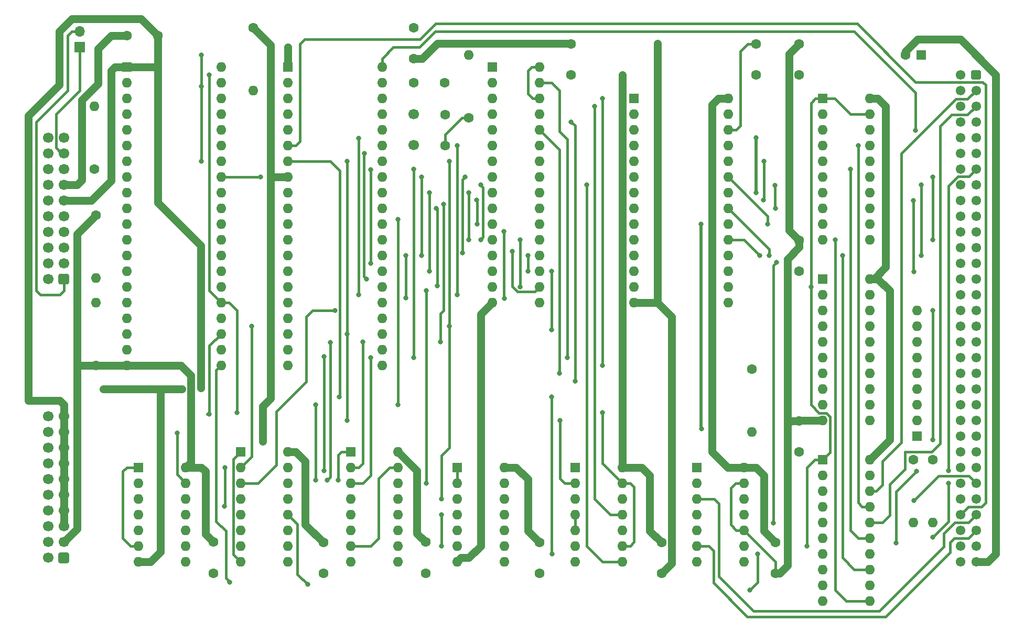
<source format=gtl>
%TF.GenerationSoftware,KiCad,Pcbnew,(5.1.10)-1*%
%TF.CreationDate,2021-07-28T22:43:10+09:30*%
%TF.ProjectId,System4cpu,53797374-656d-4346-9370-752e6b696361,rev?*%
%TF.SameCoordinates,Original*%
%TF.FileFunction,Copper,L1,Top*%
%TF.FilePolarity,Positive*%
%FSLAX46Y46*%
G04 Gerber Fmt 4.6, Leading zero omitted, Abs format (unit mm)*
G04 Created by KiCad (PCBNEW (5.1.10)-1) date 2021-07-28 22:43:10*
%MOMM*%
%LPD*%
G01*
G04 APERTURE LIST*
%TA.AperFunction,ComponentPad*%
%ADD10O,1.600000X1.600000*%
%TD*%
%TA.AperFunction,ComponentPad*%
%ADD11C,1.600000*%
%TD*%
%TA.AperFunction,ComponentPad*%
%ADD12R,1.600000X1.600000*%
%TD*%
%TA.AperFunction,ComponentPad*%
%ADD13C,1.700000*%
%TD*%
%TA.AperFunction,ComponentPad*%
%ADD14O,1.700000X1.700000*%
%TD*%
%TA.AperFunction,ComponentPad*%
%ADD15R,1.700000X1.700000*%
%TD*%
%TA.AperFunction,ComponentPad*%
%ADD16C,1.550000*%
%TD*%
%TA.AperFunction,ViaPad*%
%ADD17C,0.800000*%
%TD*%
%TA.AperFunction,Conductor*%
%ADD18C,1.270000*%
%TD*%
%TA.AperFunction,Conductor*%
%ADD19C,0.381000*%
%TD*%
%TA.AperFunction,Conductor*%
%ADD20C,0.508000*%
%TD*%
G04 APERTURE END LIST*
D10*
%TO.P,R8,2*%
%TO.N,Net-(C2-Pad1)*%
X136525000Y-46990000D03*
D11*
%TO.P,R8,1*%
%TO.N,Net-(C3-Pad1)*%
X136525000Y-57150000D03*
%TD*%
D10*
%TO.P,U5,40*%
%TO.N,CA1*%
X96520000Y-48895000D03*
%TO.P,U5,20*%
%TO.N,VCC*%
X81280000Y-97155000D03*
%TO.P,U5,39*%
%TO.N,CA2*%
X96520000Y-51435000D03*
%TO.P,U5,19*%
%TO.N,CB2*%
X81280000Y-94615000D03*
%TO.P,U5,38*%
%TO.N,A0*%
X96520000Y-53975000D03*
%TO.P,U5,18*%
%TO.N,CB1*%
X81280000Y-92075000D03*
%TO.P,U5,37*%
%TO.N,A1*%
X96520000Y-56515000D03*
%TO.P,U5,17*%
%TO.N,PB7*%
X81280000Y-89535000D03*
%TO.P,U5,36*%
%TO.N,A2*%
X96520000Y-59055000D03*
%TO.P,U5,16*%
%TO.N,PB6*%
X81280000Y-86995000D03*
%TO.P,U5,35*%
%TO.N,A3*%
X96520000Y-61595000D03*
%TO.P,U5,15*%
%TO.N,PB5*%
X81280000Y-84455000D03*
%TO.P,U5,34*%
%TO.N,NRST*%
X96520000Y-64135000D03*
%TO.P,U5,14*%
%TO.N,PB4*%
X81280000Y-81915000D03*
%TO.P,U5,33*%
%TO.N,D0*%
X96520000Y-66675000D03*
%TO.P,U5,13*%
%TO.N,PB3*%
X81280000Y-79375000D03*
%TO.P,U5,32*%
%TO.N,D1*%
X96520000Y-69215000D03*
%TO.P,U5,12*%
%TO.N,PB2*%
X81280000Y-76835000D03*
%TO.P,U5,31*%
%TO.N,D2*%
X96520000Y-71755000D03*
%TO.P,U5,11*%
%TO.N,PB1*%
X81280000Y-74295000D03*
%TO.P,U5,30*%
%TO.N,D3*%
X96520000Y-74295000D03*
%TO.P,U5,10*%
%TO.N,PB0*%
X81280000Y-71755000D03*
%TO.P,U5,29*%
%TO.N,D4*%
X96520000Y-76835000D03*
%TO.P,U5,9*%
%TO.N,PA7*%
X81280000Y-69215000D03*
%TO.P,U5,28*%
%TO.N,D5*%
X96520000Y-79375000D03*
%TO.P,U5,8*%
%TO.N,PA6*%
X81280000Y-66675000D03*
%TO.P,U5,27*%
%TO.N,D6*%
X96520000Y-81915000D03*
%TO.P,U5,7*%
%TO.N,PA5*%
X81280000Y-64135000D03*
%TO.P,U5,26*%
%TO.N,D7*%
X96520000Y-84455000D03*
%TO.P,U5,6*%
%TO.N,PA4*%
X81280000Y-61595000D03*
%TO.P,U5,25*%
%TO.N,PHI2*%
X96520000Y-86995000D03*
%TO.P,U5,5*%
%TO.N,PA3*%
X81280000Y-59055000D03*
%TO.P,U5,24*%
%TO.N,A7*%
X96520000Y-89535000D03*
%TO.P,U5,4*%
%TO.N,PA2*%
X81280000Y-56515000D03*
%TO.P,U5,23*%
%TO.N,NVIA*%
X96520000Y-92075000D03*
%TO.P,U5,3*%
%TO.N,PA1*%
X81280000Y-53975000D03*
%TO.P,U5,22*%
%TO.N,RNW*%
X96520000Y-94615000D03*
%TO.P,U5,2*%
%TO.N,PA0*%
X81280000Y-51435000D03*
%TO.P,U5,21*%
%TO.N,NIRQ*%
X96520000Y-97155000D03*
D12*
%TO.P,U5,1*%
%TO.N,GND*%
X81280000Y-48895000D03*
%TD*%
D13*
%TO.P,J3,20*%
%TO.N,PB7*%
X68580000Y-105410000D03*
%TO.P,J3,18*%
%TO.N,PB6*%
X68580000Y-107950000D03*
%TO.P,J3,16*%
%TO.N,PB5*%
X68580000Y-110490000D03*
%TO.P,J3,14*%
%TO.N,PB4*%
X68580000Y-113030000D03*
%TO.P,J3,12*%
%TO.N,PB3*%
X68580000Y-115570000D03*
%TO.P,J3,10*%
%TO.N,PB2*%
X68580000Y-118110000D03*
%TO.P,J3,8*%
%TO.N,PB1*%
X68580000Y-120650000D03*
%TO.P,J3,6*%
%TO.N,PB0*%
X68580000Y-123190000D03*
%TO.P,J3,4*%
%TO.N,CB2*%
X68580000Y-125730000D03*
%TO.P,J3,2*%
%TO.N,CB1*%
X68580000Y-128270000D03*
%TO.P,J3,19*%
%TO.N,GND*%
X71120000Y-105410000D03*
%TO.P,J3,17*%
X71120000Y-107950000D03*
%TO.P,J3,15*%
X71120000Y-110490000D03*
%TO.P,J3,13*%
X71120000Y-113030000D03*
%TO.P,J3,11*%
X71120000Y-115570000D03*
%TO.P,J3,9*%
X71120000Y-118110000D03*
%TO.P,J3,7*%
X71120000Y-120650000D03*
%TO.P,J3,5*%
X71120000Y-123190000D03*
%TO.P,J3,3*%
%TO.N,VCC*%
X71120000Y-125730000D03*
%TO.P,J3,1*%
%TA.AperFunction,ComponentPad*%
G36*
G01*
X71970000Y-127670000D02*
X71970000Y-128870000D01*
G75*
G02*
X71720000Y-129120000I-250000J0D01*
G01*
X70520000Y-129120000D01*
G75*
G02*
X70270000Y-128870000I0J250000D01*
G01*
X70270000Y-127670000D01*
G75*
G02*
X70520000Y-127420000I250000J0D01*
G01*
X71720000Y-127420000D01*
G75*
G02*
X71970000Y-127670000I0J-250000D01*
G01*
G37*
%TD.AperFunction*%
%TD*%
%TO.P,J2,20*%
%TO.N,PA5*%
X68580000Y-60325000D03*
%TO.P,J2,18*%
%TO.N,PA4*%
X68580000Y-62865000D03*
%TO.P,J2,16*%
%TO.N,PA3*%
X68580000Y-65405000D03*
%TO.P,J2,14*%
%TO.N,PA2*%
X68580000Y-67945000D03*
%TO.P,J2,12*%
%TO.N,PA1*%
X68580000Y-70485000D03*
%TO.P,J2,10*%
%TO.N,PA0*%
X68580000Y-73025000D03*
%TO.P,J2,8*%
%TO.N,Net-(J2-Pad8)*%
X68580000Y-75565000D03*
%TO.P,J2,6*%
%TO.N,Net-(J2-Pad6)*%
X68580000Y-78105000D03*
%TO.P,J2,4*%
%TO.N,Net-(J2-Pad4)*%
X68580000Y-80645000D03*
%TO.P,J2,2*%
%TO.N,CA2*%
X68580000Y-83185000D03*
%TO.P,J2,19*%
%TO.N,PA6*%
X71120000Y-60325000D03*
%TO.P,J2,17*%
%TO.N,PA7*%
X71120000Y-62865000D03*
%TO.P,J2,15*%
%TO.N,Net-(J2-Pad15)*%
X71120000Y-65405000D03*
%TO.P,J2,13*%
%TO.N,VCC*%
X71120000Y-67945000D03*
%TO.P,J2,11*%
%TO.N,GND*%
X71120000Y-70485000D03*
%TO.P,J2,9*%
%TO.N,Net-(J2-Pad9)*%
X71120000Y-73025000D03*
%TO.P,J2,7*%
%TO.N,Net-(J2-Pad7)*%
X71120000Y-75565000D03*
%TO.P,J2,5*%
%TO.N,Net-(J2-Pad5)*%
X71120000Y-78105000D03*
%TO.P,J2,3*%
%TO.N,Net-(J2-Pad3)*%
X71120000Y-80645000D03*
%TO.P,J2,1*%
%TO.N,CA1*%
%TA.AperFunction,ComponentPad*%
G36*
G01*
X71970000Y-82585000D02*
X71970000Y-83785000D01*
G75*
G02*
X71720000Y-84035000I-250000J0D01*
G01*
X70520000Y-84035000D01*
G75*
G02*
X70270000Y-83785000I0J250000D01*
G01*
X70270000Y-82585000D01*
G75*
G02*
X70520000Y-82335000I250000J0D01*
G01*
X71720000Y-82335000D01*
G75*
G02*
X71970000Y-82585000I0J-250000D01*
G01*
G37*
%TD.AperFunction*%
%TD*%
D10*
%TO.P,U13,40*%
%TO.N,NRST*%
X122555000Y-48895000D03*
%TO.P,U13,20*%
%TO.N,A11*%
X107315000Y-97155000D03*
%TO.P,U13,39*%
%TO.N,PHI2*%
X122555000Y-51435000D03*
%TO.P,U13,19*%
%TO.N,A10*%
X107315000Y-94615000D03*
%TO.P,U13,38*%
%TO.N,Net-(R5-Pad2)*%
X122555000Y-53975000D03*
%TO.P,U13,18*%
%TO.N,A9*%
X107315000Y-92075000D03*
%TO.P,U13,37*%
%TO.N,Net-(C2-Pad1)*%
X122555000Y-56515000D03*
%TO.P,U13,17*%
%TO.N,A8*%
X107315000Y-89535000D03*
%TO.P,U13,36*%
%TO.N,Net-(R5-Pad2)*%
X122555000Y-59055000D03*
%TO.P,U13,16*%
%TO.N,A7*%
X107315000Y-86995000D03*
%TO.P,U13,35*%
%TO.N,Net-(C3-Pad1)*%
X122555000Y-61595000D03*
%TO.P,U13,15*%
%TO.N,A6*%
X107315000Y-84455000D03*
%TO.P,U13,34*%
%TO.N,RNW*%
X122555000Y-64135000D03*
%TO.P,U13,14*%
%TO.N,A5*%
X107315000Y-81915000D03*
%TO.P,U13,33*%
%TO.N,D0*%
X122555000Y-66675000D03*
%TO.P,U13,13*%
%TO.N,A4*%
X107315000Y-79375000D03*
%TO.P,U13,32*%
%TO.N,D1*%
X122555000Y-69215000D03*
%TO.P,U13,12*%
%TO.N,A3*%
X107315000Y-76835000D03*
%TO.P,U13,31*%
%TO.N,D2*%
X122555000Y-71755000D03*
%TO.P,U13,11*%
%TO.N,A2*%
X107315000Y-74295000D03*
%TO.P,U13,30*%
%TO.N,D3*%
X122555000Y-74295000D03*
%TO.P,U13,10*%
%TO.N,A1*%
X107315000Y-71755000D03*
%TO.P,U13,29*%
%TO.N,D4*%
X122555000Y-76835000D03*
%TO.P,U13,9*%
%TO.N,A0*%
X107315000Y-69215000D03*
%TO.P,U13,28*%
%TO.N,D5*%
X122555000Y-79375000D03*
%TO.P,U13,8*%
%TO.N,VCC*%
X107315000Y-66675000D03*
%TO.P,U13,27*%
%TO.N,D6*%
X122555000Y-81915000D03*
%TO.P,U13,7*%
%TO.N,SYNC*%
X107315000Y-64135000D03*
%TO.P,U13,26*%
%TO.N,D7*%
X122555000Y-84455000D03*
%TO.P,U13,6*%
%TO.N,NMI*%
X107315000Y-61595000D03*
%TO.P,U13,25*%
%TO.N,A15*%
X122555000Y-86995000D03*
%TO.P,U13,5*%
%TO.N,Net-(U13-Pad5)*%
X107315000Y-59055000D03*
%TO.P,U13,24*%
%TO.N,A14*%
X122555000Y-89535000D03*
%TO.P,U13,4*%
%TO.N,NIRQ*%
X107315000Y-56515000D03*
%TO.P,U13,23*%
%TO.N,A13*%
X122555000Y-92075000D03*
%TO.P,U13,3*%
%TO.N,Net-(U13-Pad3)*%
X107315000Y-53975000D03*
%TO.P,U13,22*%
%TO.N,A12*%
X122555000Y-94615000D03*
%TO.P,U13,2*%
%TO.N,Net-(R5-Pad2)*%
X107315000Y-51435000D03*
%TO.P,U13,21*%
%TO.N,GND*%
X122555000Y-97155000D03*
D12*
%TO.P,U13,1*%
X107315000Y-48895000D03*
%TD*%
D10*
%TO.P,U12,14*%
%TO.N,VCC*%
X90805000Y-113665000D03*
%TO.P,U12,7*%
%TO.N,GND*%
X83185000Y-128905000D03*
%TO.P,U12,13*%
%TO.N,NVIA*%
X90805000Y-116205000D03*
%TO.P,U12,6*%
%TO.N,NBLKEF*%
X83185000Y-126365000D03*
%TO.P,U12,12*%
%TO.N,NRAMCS*%
X90805000Y-118745000D03*
%TO.P,U12,5*%
%TO.N,A13*%
X83185000Y-123825000D03*
%TO.P,U12,11*%
%TO.N,N/C*%
X90805000Y-121285000D03*
%TO.P,U12,4*%
%TO.N,A14*%
X83185000Y-121285000D03*
%TO.P,U12,10*%
%TO.N,N/C*%
X90805000Y-123825000D03*
%TO.P,U12,3*%
%TO.N,A15*%
X83185000Y-118745000D03*
%TO.P,U12,9*%
%TO.N,N/C*%
X90805000Y-126365000D03*
%TO.P,U12,2*%
%TO.N,NOB*%
X83185000Y-116205000D03*
%TO.P,U12,8*%
%TO.N,N/C*%
X90805000Y-128905000D03*
D12*
%TO.P,U12,1*%
%TO.N,NBLKEF*%
X83185000Y-113665000D03*
%TD*%
D10*
%TO.P,U11,14*%
%TO.N,VCC*%
X142240000Y-113665000D03*
%TO.P,U11,7*%
%TO.N,GND*%
X134620000Y-128905000D03*
%TO.P,U11,13*%
%TO.N,N/C*%
X142240000Y-116205000D03*
%TO.P,U11,6*%
%TO.N,Net-(U10-Pad12)*%
X134620000Y-126365000D03*
%TO.P,U11,12*%
%TO.N,Net-(U10-Pad9)*%
X142240000Y-118745000D03*
%TO.P,U11,5*%
%TO.N,Net-(U10-Pad6)*%
X134620000Y-123825000D03*
%TO.P,U11,11*%
%TO.N,Net-(U10-Pad11)*%
X142240000Y-121285000D03*
%TO.P,U11,4*%
%TO.N,Net-(U10-Pad5)*%
X134620000Y-121285000D03*
%TO.P,U11,10*%
%TO.N,N/C*%
X142240000Y-123825000D03*
%TO.P,U11,3*%
%TO.N,NBLK1*%
X134620000Y-118745000D03*
%TO.P,U11,9*%
%TO.N,N/C*%
X142240000Y-126365000D03*
%TO.P,U11,2*%
%TO.N,VCC*%
X134620000Y-116205000D03*
%TO.P,U11,8*%
%TO.N,Net-(U11-Pad8)*%
X142240000Y-128905000D03*
D12*
%TO.P,U11,1*%
%TO.N,VCC*%
X134620000Y-113665000D03*
%TD*%
D10*
%TO.P,U10,16*%
%TO.N,VCC*%
X125095000Y-111125000D03*
%TO.P,U10,8*%
%TO.N,GND*%
X117475000Y-128905000D03*
%TO.P,U10,15*%
%TO.N,Net-(U10-Pad15)*%
X125095000Y-113665000D03*
%TO.P,U10,7*%
X117475000Y-126365000D03*
%TO.P,U10,14*%
%TO.N,A8*%
X125095000Y-116205000D03*
%TO.P,U10,6*%
%TO.N,Net-(U10-Pad6)*%
X117475000Y-123825000D03*
%TO.P,U10,13*%
%TO.N,A9*%
X125095000Y-118745000D03*
%TO.P,U10,5*%
%TO.N,Net-(U10-Pad5)*%
X117475000Y-121285000D03*
%TO.P,U10,12*%
%TO.N,Net-(U10-Pad12)*%
X125095000Y-121285000D03*
%TO.P,U10,4*%
%TO.N,Net-(U10-Pad4)*%
X117475000Y-118745000D03*
%TO.P,U10,11*%
%TO.N,Net-(U10-Pad11)*%
X125095000Y-123825000D03*
%TO.P,U10,3*%
%TO.N,A11*%
X117475000Y-116205000D03*
%TO.P,U10,10*%
%TO.N,NVIA*%
X125095000Y-126365000D03*
%TO.P,U10,2*%
%TO.N,A10*%
X117475000Y-113665000D03*
%TO.P,U10,9*%
%TO.N,Net-(U10-Pad9)*%
X125095000Y-128905000D03*
D12*
%TO.P,U10,1*%
%TO.N,NBLK0*%
X117475000Y-111125000D03*
%TD*%
D10*
%TO.P,U9,16*%
%TO.N,VCC*%
X107315000Y-111125000D03*
%TO.P,U9,8*%
%TO.N,GND*%
X99695000Y-128905000D03*
%TO.P,U9,15*%
%TO.N,Net-(U9-Pad15)*%
X107315000Y-113665000D03*
%TO.P,U9,7*%
%TO.N,Net-(U9-Pad7)*%
X99695000Y-126365000D03*
%TO.P,U9,14*%
%TO.N,A12*%
X107315000Y-116205000D03*
%TO.P,U9,6*%
%TO.N,Net-(U9-Pad6)*%
X99695000Y-123825000D03*
%TO.P,U9,13*%
%TO.N,A13*%
X107315000Y-118745000D03*
%TO.P,U9,5*%
%TO.N,Net-(U9-Pad5)*%
X99695000Y-121285000D03*
%TO.P,U9,12*%
%TO.N,NBLK0*%
X107315000Y-121285000D03*
%TO.P,U9,4*%
%TO.N,Net-(U9-Pad15)*%
X99695000Y-118745000D03*
%TO.P,U9,11*%
%TO.N,NBLK1*%
X107315000Y-123825000D03*
%TO.P,U9,3*%
%TO.N,A15*%
X99695000Y-116205000D03*
%TO.P,U9,10*%
%TO.N,Net-(U9-Pad10)*%
X107315000Y-126365000D03*
%TO.P,U9,2*%
%TO.N,A14*%
X99695000Y-113665000D03*
%TO.P,U9,9*%
%TO.N,Net-(U9-Pad9)*%
X107315000Y-128905000D03*
D12*
%TO.P,U9,1*%
%TO.N,GND*%
X99695000Y-111125000D03*
%TD*%
D10*
%TO.P,U8,14*%
%TO.N,VCC*%
X161290000Y-113665000D03*
%TO.P,U8,7*%
%TO.N,GND*%
X153670000Y-128905000D03*
%TO.P,U8,13*%
%TO.N,PHI2*%
X161290000Y-116205000D03*
%TO.P,U8,6*%
%TO.N,NOB*%
X153670000Y-126365000D03*
%TO.P,U8,12*%
%TO.N,WNR*%
X161290000Y-118745000D03*
%TO.P,U8,5*%
%TO.N,Net-(U11-Pad8)*%
X153670000Y-123825000D03*
%TO.P,U8,11*%
%TO.N,NWDS*%
X161290000Y-121285000D03*
%TO.P,U8,4*%
%TO.N,Net-(U11-Pad8)*%
X153670000Y-121285000D03*
%TO.P,U8,10*%
%TO.N,RNW*%
X161290000Y-123825000D03*
%TO.P,U8,3*%
%TO.N,WNR*%
X153670000Y-118745000D03*
%TO.P,U8,9*%
%TO.N,PHI2*%
X161290000Y-126365000D03*
%TO.P,U8,2*%
%TO.N,RNW*%
X153670000Y-116205000D03*
%TO.P,U8,8*%
%TO.N,NRDS*%
X161290000Y-128905000D03*
D12*
%TO.P,U8,1*%
%TO.N,VCC*%
X153670000Y-113665000D03*
%TD*%
D10*
%TO.P,U7,32*%
%TO.N,VCC*%
X147955000Y-48895000D03*
%TO.P,U7,16*%
%TO.N,GND*%
X140335000Y-86995000D03*
%TO.P,U7,31*%
%TO.N,A15*%
X147955000Y-51435000D03*
%TO.P,U7,15*%
%TO.N,D2*%
X140335000Y-84455000D03*
%TO.P,U7,30*%
%TO.N,VCC*%
X147955000Y-53975000D03*
%TO.P,U7,14*%
%TO.N,D1*%
X140335000Y-81915000D03*
%TO.P,U7,29*%
%TO.N,NWDS*%
X147955000Y-56515000D03*
%TO.P,U7,13*%
%TO.N,D0*%
X140335000Y-79375000D03*
%TO.P,U7,28*%
%TO.N,A13*%
X147955000Y-59055000D03*
%TO.P,U7,12*%
%TO.N,A0*%
X140335000Y-76835000D03*
%TO.P,U7,27*%
%TO.N,A8*%
X147955000Y-61595000D03*
%TO.P,U7,11*%
%TO.N,A1*%
X140335000Y-74295000D03*
%TO.P,U7,26*%
%TO.N,A9*%
X147955000Y-64135000D03*
%TO.P,U7,10*%
%TO.N,A2*%
X140335000Y-71755000D03*
%TO.P,U7,25*%
%TO.N,A11*%
X147955000Y-66675000D03*
%TO.P,U7,9*%
%TO.N,A3*%
X140335000Y-69215000D03*
%TO.P,U7,24*%
%TO.N,NRDS*%
X147955000Y-69215000D03*
%TO.P,U7,8*%
%TO.N,A4*%
X140335000Y-66675000D03*
%TO.P,U7,23*%
%TO.N,A10*%
X147955000Y-71755000D03*
%TO.P,U7,7*%
%TO.N,A5*%
X140335000Y-64135000D03*
%TO.P,U7,22*%
%TO.N,NRAMCS*%
X147955000Y-74295000D03*
%TO.P,U7,6*%
%TO.N,A6*%
X140335000Y-61595000D03*
%TO.P,U7,21*%
%TO.N,D7*%
X147955000Y-76835000D03*
%TO.P,U7,5*%
%TO.N,A7*%
X140335000Y-59055000D03*
%TO.P,U7,20*%
%TO.N,D6*%
X147955000Y-79375000D03*
%TO.P,U7,4*%
%TO.N,A12*%
X140335000Y-56515000D03*
%TO.P,U7,19*%
%TO.N,D5*%
X147955000Y-81915000D03*
%TO.P,U7,3*%
%TO.N,A14*%
X140335000Y-53975000D03*
%TO.P,U7,18*%
%TO.N,D4*%
X147955000Y-84455000D03*
%TO.P,U7,2*%
%TO.N,Net-(U7-Pad2)*%
X140335000Y-51435000D03*
%TO.P,U7,17*%
%TO.N,D3*%
X147955000Y-86995000D03*
D12*
%TO.P,U7,1*%
%TO.N,Net-(U7-Pad1)*%
X140335000Y-48895000D03*
%TD*%
D10*
%TO.P,U4,20*%
%TO.N,VCC*%
X201295000Y-112395000D03*
%TO.P,U4,10*%
%TO.N,GND*%
X193675000Y-135255000D03*
%TO.P,U4,19*%
%TO.N,NOB*%
X201295000Y-114935000D03*
%TO.P,U4,9*%
%TO.N,/eurocard/BA11*%
X193675000Y-132715000D03*
%TO.P,U4,18*%
%TO.N,/eurocard/BA15*%
X201295000Y-117475000D03*
%TO.P,U4,8*%
%TO.N,A12*%
X193675000Y-130175000D03*
%TO.P,U4,17*%
%TO.N,A8*%
X201295000Y-120015000D03*
%TO.P,U4,7*%
%TO.N,/eurocard/BA10*%
X193675000Y-127635000D03*
%TO.P,U4,16*%
%TO.N,/eurocard/BA14*%
X201295000Y-122555000D03*
%TO.P,U4,6*%
%TO.N,A13*%
X193675000Y-125095000D03*
%TO.P,U4,15*%
%TO.N,A9*%
X201295000Y-125095000D03*
%TO.P,U4,5*%
%TO.N,/eurocard/BA9*%
X193675000Y-122555000D03*
%TO.P,U4,14*%
%TO.N,/eurocard/BA13*%
X201295000Y-127635000D03*
%TO.P,U4,4*%
%TO.N,A14*%
X193675000Y-120015000D03*
%TO.P,U4,13*%
%TO.N,A10*%
X201295000Y-130175000D03*
%TO.P,U4,3*%
%TO.N,/eurocard/BA8*%
X193675000Y-117475000D03*
%TO.P,U4,12*%
%TO.N,/eurocard/BA12*%
X201295000Y-132715000D03*
%TO.P,U4,2*%
%TO.N,A15*%
X193675000Y-114935000D03*
%TO.P,U4,11*%
%TO.N,A11*%
X201295000Y-135255000D03*
D12*
%TO.P,U4,1*%
%TO.N,NOB*%
X193675000Y-112395000D03*
%TD*%
D10*
%TO.P,U3,20*%
%TO.N,VCC*%
X201295000Y-83185000D03*
%TO.P,U3,10*%
%TO.N,GND*%
X193675000Y-106045000D03*
%TO.P,U3,19*%
%TO.N,NOB*%
X201295000Y-85725000D03*
%TO.P,U3,9*%
%TO.N,D0*%
X193675000Y-103505000D03*
%TO.P,U3,18*%
%TO.N,/eurocard/BD7*%
X201295000Y-88265000D03*
%TO.P,U3,8*%
%TO.N,D1*%
X193675000Y-100965000D03*
%TO.P,U3,17*%
%TO.N,/eurocard/BD6*%
X201295000Y-90805000D03*
%TO.P,U3,7*%
%TO.N,D2*%
X193675000Y-98425000D03*
%TO.P,U3,16*%
%TO.N,/eurocard/BD5*%
X201295000Y-93345000D03*
%TO.P,U3,6*%
%TO.N,D3*%
X193675000Y-95885000D03*
%TO.P,U3,15*%
%TO.N,/eurocard/BD4*%
X201295000Y-95885000D03*
%TO.P,U3,5*%
%TO.N,D4*%
X193675000Y-93345000D03*
%TO.P,U3,14*%
%TO.N,/eurocard/BD3*%
X201295000Y-98425000D03*
%TO.P,U3,4*%
%TO.N,D5*%
X193675000Y-90805000D03*
%TO.P,U3,13*%
%TO.N,/eurocard/BD2*%
X201295000Y-100965000D03*
%TO.P,U3,3*%
%TO.N,D6*%
X193675000Y-88265000D03*
%TO.P,U3,12*%
%TO.N,/eurocard/BD1*%
X201295000Y-103505000D03*
%TO.P,U3,2*%
%TO.N,D7*%
X193675000Y-85725000D03*
%TO.P,U3,11*%
%TO.N,/eurocard/BD0*%
X201295000Y-106045000D03*
D12*
%TO.P,U3,1*%
%TO.N,WNR*%
X193675000Y-83185000D03*
%TD*%
D10*
%TO.P,U2,20*%
%TO.N,VCC*%
X201295000Y-53975000D03*
%TO.P,U2,10*%
%TO.N,GND*%
X193675000Y-76835000D03*
%TO.P,U2,19*%
%TO.N,NOB*%
X201295000Y-56515000D03*
%TO.P,U2,9*%
%TO.N,/eurocard/BA0*%
X193675000Y-74295000D03*
%TO.P,U2,18*%
%TO.N,/eurocard/BA7*%
X201295000Y-59055000D03*
%TO.P,U2,8*%
%TO.N,A4*%
X193675000Y-71755000D03*
%TO.P,U2,17*%
%TO.N,A3*%
X201295000Y-61595000D03*
%TO.P,U2,7*%
%TO.N,/eurocard/BA1*%
X193675000Y-69215000D03*
%TO.P,U2,16*%
%TO.N,/eurocard/BA6*%
X201295000Y-64135000D03*
%TO.P,U2,6*%
%TO.N,A5*%
X193675000Y-66675000D03*
%TO.P,U2,15*%
%TO.N,A2*%
X201295000Y-66675000D03*
%TO.P,U2,5*%
%TO.N,/eurocard/BA2*%
X193675000Y-64135000D03*
%TO.P,U2,14*%
%TO.N,/eurocard/BA5*%
X201295000Y-69215000D03*
%TO.P,U2,4*%
%TO.N,A6*%
X193675000Y-61595000D03*
%TO.P,U2,13*%
%TO.N,A1*%
X201295000Y-71755000D03*
%TO.P,U2,3*%
%TO.N,/eurocard/BA3*%
X193675000Y-59055000D03*
%TO.P,U2,12*%
%TO.N,/eurocard/BA4*%
X201295000Y-74295000D03*
%TO.P,U2,2*%
%TO.N,A7*%
X193675000Y-56515000D03*
%TO.P,U2,11*%
%TO.N,A0*%
X201295000Y-76835000D03*
D12*
%TO.P,U2,1*%
%TO.N,NOB*%
X193675000Y-53975000D03*
%TD*%
D10*
%TO.P,U1,14*%
%TO.N,VCC*%
X180975000Y-113665000D03*
%TO.P,U1,7*%
%TO.N,GND*%
X173355000Y-128905000D03*
%TO.P,U1,13*%
X180975000Y-116205000D03*
%TO.P,U1,6*%
%TO.N,/eurocard/BRNW*%
X173355000Y-126365000D03*
%TO.P,U1,12*%
%TO.N,Net-(U1-Pad12)*%
X180975000Y-118745000D03*
%TO.P,U1,5*%
%TO.N,RNW*%
X173355000Y-123825000D03*
%TO.P,U1,11*%
%TO.N,Net-(R1-Pad2)*%
X180975000Y-121285000D03*
%TO.P,U1,4*%
%TO.N,GND*%
X173355000Y-121285000D03*
%TO.P,U1,10*%
X180975000Y-123825000D03*
%TO.P,U1,3*%
%TO.N,/eurocard/BPHI2*%
X173355000Y-118745000D03*
%TO.P,U1,9*%
%TO.N,SYNC*%
X180975000Y-126365000D03*
%TO.P,U1,2*%
%TO.N,PHI2*%
X173355000Y-116205000D03*
%TO.P,U1,8*%
%TO.N,/eurocard/BSYNC*%
X180975000Y-128905000D03*
D12*
%TO.P,U1,1*%
%TO.N,GND*%
X173355000Y-113665000D03*
%TD*%
D10*
%TO.P,RN1,9*%
%TO.N,/eurocard/BD7*%
X208915000Y-88265000D03*
%TO.P,RN1,8*%
%TO.N,/eurocard/BD6*%
X208915000Y-90805000D03*
%TO.P,RN1,7*%
%TO.N,/eurocard/BD5*%
X208915000Y-93345000D03*
%TO.P,RN1,6*%
%TO.N,/eurocard/BD4*%
X208915000Y-95885000D03*
%TO.P,RN1,5*%
%TO.N,/eurocard/BD3*%
X208915000Y-98425000D03*
%TO.P,RN1,4*%
%TO.N,/eurocard/BD2*%
X208915000Y-100965000D03*
%TO.P,RN1,3*%
%TO.N,/eurocard/BD1*%
X208915000Y-103505000D03*
%TO.P,RN1,2*%
%TO.N,/eurocard/BD0*%
X208915000Y-106045000D03*
D12*
%TO.P,RN1,1*%
%TO.N,GND*%
X208915000Y-108585000D03*
%TD*%
D10*
%TO.P,R7,2*%
%TO.N,NIRQ*%
X208280000Y-122555000D03*
D11*
%TO.P,R7,1*%
%TO.N,VCC*%
X208280000Y-112395000D03*
%TD*%
D10*
%TO.P,R6,2*%
%TO.N,NMI*%
X211455000Y-122555000D03*
D11*
%TO.P,R6,1*%
%TO.N,VCC*%
X211455000Y-112395000D03*
%TD*%
D10*
%TO.P,R5,2*%
%TO.N,Net-(R5-Pad2)*%
X101727000Y-52705000D03*
D11*
%TO.P,R5,1*%
%TO.N,VCC*%
X101727000Y-42545000D03*
%TD*%
D10*
%TO.P,R4,2*%
%TO.N,CA2*%
X76327000Y-86995000D03*
D11*
%TO.P,R4,1*%
%TO.N,VCC*%
X76327000Y-97155000D03*
%TD*%
D10*
%TO.P,R3,2*%
%TO.N,CA1*%
X76327000Y-83058000D03*
D11*
%TO.P,R3,1*%
%TO.N,VCC*%
X76327000Y-72898000D03*
%TD*%
D10*
%TO.P,R2,2*%
%TO.N,NRST*%
X76073000Y-55245000D03*
D11*
%TO.P,R2,1*%
%TO.N,Net-(J2-Pad15)*%
X76073000Y-65405000D03*
%TD*%
D10*
%TO.P,R1,2*%
%TO.N,Net-(R1-Pad2)*%
X182245000Y-107950000D03*
D11*
%TO.P,R1,1*%
%TO.N,/eurocard/B4MHZ*%
X182245000Y-97790000D03*
%TD*%
D14*
%TO.P,J4,2*%
%TO.N,CA1*%
X73660000Y-43180000D03*
D15*
%TO.P,J4,1*%
%TO.N,PA7*%
X73660000Y-45720000D03*
%TD*%
D16*
%TO.P,J1,b32*%
%TO.N,GND*%
X215900000Y-128905000D03*
%TO.P,J1,b31*%
%TO.N,Net-(J1-Padb31)*%
X215900000Y-126365000D03*
%TO.P,J1,b30*%
%TO.N,/eurocard/BSYNC*%
X215900000Y-123825000D03*
%TO.P,J1,b29*%
%TO.N,NMI*%
X215900000Y-121285000D03*
%TO.P,J1,b28*%
%TO.N,NIRQ*%
X215900000Y-118745000D03*
%TO.P,J1,b27*%
%TO.N,Net-(J1-Padb27)*%
X215900000Y-116205000D03*
%TO.P,J1,b26*%
%TO.N,Net-(J1-Padb26)*%
X215900000Y-113665000D03*
%TO.P,J1,b25*%
%TO.N,Net-(J1-Padb25)*%
X215900000Y-111125000D03*
%TO.P,J1,b24*%
%TO.N,Net-(J1-Padb24)*%
X215900000Y-108585000D03*
%TO.P,J1,b23*%
%TO.N,Net-(J1-Padb23)*%
X215900000Y-106045000D03*
%TO.P,J1,b22*%
%TO.N,Net-(J1-Padb22)*%
X215900000Y-103505000D03*
%TO.P,J1,b21*%
%TO.N,Net-(J1-Padb21)*%
X215900000Y-100965000D03*
%TO.P,J1,b20*%
%TO.N,Net-(J1-Padb20)*%
X215900000Y-98425000D03*
%TO.P,J1,b19*%
%TO.N,Net-(J1-Padb19)*%
X215900000Y-95885000D03*
%TO.P,J1,b18*%
%TO.N,Net-(J1-Padb18)*%
X215900000Y-93345000D03*
%TO.P,J1,b17*%
%TO.N,Net-(J1-Padb17)*%
X215900000Y-90805000D03*
%TO.P,J1,b16*%
%TO.N,/eurocard/B4MHZ*%
X215900000Y-88265000D03*
%TO.P,J1,b15*%
%TO.N,Net-(J1-Padb15)*%
X215900000Y-85725000D03*
%TO.P,J1,b14*%
%TO.N,Net-(J1-Padb14)*%
X215900000Y-83185000D03*
%TO.P,J1,b13*%
%TO.N,Net-(J1-Padb13)*%
X215900000Y-80645000D03*
%TO.P,J1,b12*%
%TO.N,Net-(J1-Padb12)*%
X215900000Y-78105000D03*
%TO.P,J1,b11*%
%TO.N,Net-(J1-Padb11)*%
X215900000Y-75565000D03*
%TO.P,J1,b10*%
%TO.N,Net-(J1-Padb10)*%
X215900000Y-73025000D03*
%TO.P,J1,b9*%
%TO.N,Net-(J1-Padb9)*%
X215900000Y-70485000D03*
%TO.P,J1,b8*%
%TO.N,Net-(J1-Padb8)*%
X215900000Y-67945000D03*
%TO.P,J1,b7*%
%TO.N,Net-(J1-Padb7)*%
X215900000Y-65405000D03*
%TO.P,J1,b6*%
%TO.N,Net-(J1-Padb6)*%
X215900000Y-62865000D03*
%TO.P,J1,b5*%
%TO.N,Net-(J1-Padb5)*%
X215900000Y-60325000D03*
%TO.P,J1,b4*%
%TO.N,Net-(J1-Padb4)*%
X215900000Y-57785000D03*
%TO.P,J1,b3*%
%TO.N,Net-(J1-Padb3)*%
X215900000Y-55245000D03*
%TO.P,J1,b2*%
%TO.N,Net-(J1-Padb2)*%
X215900000Y-52705000D03*
%TO.P,J1,b1*%
%TO.N,Net-(J1-Padb1)*%
X215900000Y-50165000D03*
%TO.P,J1,a32*%
%TO.N,GND*%
X218440000Y-128905000D03*
%TO.P,J1,a31*%
%TO.N,NBLK0*%
X218440000Y-126365000D03*
%TO.P,J1,a30*%
%TO.N,/eurocard/BRNW*%
X218440000Y-123825000D03*
%TO.P,J1,a29*%
%TO.N,/eurocard/BPHI2*%
X218440000Y-121285000D03*
%TO.P,J1,a28*%
%TO.N,/eurocard/BA9*%
X218440000Y-118745000D03*
%TO.P,J1,a27*%
%TO.N,/eurocard/BA10*%
X218440000Y-116205000D03*
%TO.P,J1,a26*%
%TO.N,/eurocard/BA11*%
X218440000Y-113665000D03*
%TO.P,J1,a25*%
%TO.N,/eurocard/BA12*%
X218440000Y-111125000D03*
%TO.P,J1,a24*%
%TO.N,/eurocard/BA13*%
X218440000Y-108585000D03*
%TO.P,J1,a23*%
%TO.N,/eurocard/BD0*%
X218440000Y-106045000D03*
%TO.P,J1,a22*%
%TO.N,/eurocard/BD1*%
X218440000Y-103505000D03*
%TO.P,J1,a21*%
%TO.N,/eurocard/BD2*%
X218440000Y-100965000D03*
%TO.P,J1,a20*%
%TO.N,/eurocard/BD3*%
X218440000Y-98425000D03*
%TO.P,J1,a19*%
%TO.N,/eurocard/BD4*%
X218440000Y-95885000D03*
%TO.P,J1,a18*%
%TO.N,/eurocard/BD5*%
X218440000Y-93345000D03*
%TO.P,J1,a17*%
%TO.N,/eurocard/BD6*%
X218440000Y-90805000D03*
%TO.P,J1,a16*%
%TO.N,/eurocard/BD7*%
X218440000Y-88265000D03*
%TO.P,J1,a15*%
%TO.N,/eurocard/BA0*%
X218440000Y-85725000D03*
%TO.P,J1,a14*%
%TO.N,/eurocard/BA1*%
X218440000Y-83185000D03*
%TO.P,J1,a13*%
%TO.N,/eurocard/BA2*%
X218440000Y-80645000D03*
%TO.P,J1,a12*%
%TO.N,/eurocard/BA3*%
X218440000Y-78105000D03*
%TO.P,J1,a11*%
%TO.N,/eurocard/BA4*%
X218440000Y-75565000D03*
%TO.P,J1,a10*%
%TO.N,/eurocard/BA5*%
X218440000Y-73025000D03*
%TO.P,J1,a9*%
%TO.N,/eurocard/BA6*%
X218440000Y-70485000D03*
%TO.P,J1,a8*%
%TO.N,/eurocard/BA7*%
X218440000Y-67945000D03*
%TO.P,J1,a7*%
%TO.N,/eurocard/BA8*%
X218440000Y-65405000D03*
%TO.P,J1,a6*%
%TO.N,NRST*%
X218440000Y-62865000D03*
%TO.P,J1,a5*%
%TO.N,NRDS*%
X218440000Y-60325000D03*
%TO.P,J1,a4*%
%TO.N,NWDS*%
X218440000Y-57785000D03*
%TO.P,J1,a3*%
%TO.N,/eurocard/BA14*%
X218440000Y-55245000D03*
%TO.P,J1,a2*%
%TO.N,/eurocard/BA15*%
X218440000Y-52705000D03*
%TO.P,J1,a1*%
%TO.N,VCC*%
%TA.AperFunction,ComponentPad*%
G36*
G01*
X217914999Y-49390000D02*
X218965001Y-49390000D01*
G75*
G02*
X219215000Y-49639999I0J-249999D01*
G01*
X219215000Y-50690001D01*
G75*
G02*
X218965001Y-50940000I-249999J0D01*
G01*
X217914999Y-50940000D01*
G75*
G02*
X217665000Y-50690001I0J249999D01*
G01*
X217665000Y-49639999D01*
G75*
G02*
X217914999Y-49390000I249999J0D01*
G01*
G37*
%TD.AperFunction*%
%TD*%
D11*
%TO.P,C14,2*%
%TO.N,GND*%
X153035000Y-45165000D03*
%TO.P,C14,1*%
%TO.N,VCC*%
X153035000Y-50165000D03*
%TD*%
%TO.P,C13,2*%
%TO.N,GND*%
X167640000Y-130810000D03*
%TO.P,C13,1*%
%TO.N,VCC*%
X167640000Y-125810000D03*
%TD*%
%TO.P,C12,2*%
%TO.N,GND*%
X147955000Y-130810000D03*
%TO.P,C12,1*%
%TO.N,VCC*%
X147955000Y-125810000D03*
%TD*%
%TO.P,C11,2*%
%TO.N,GND*%
X129540000Y-130730000D03*
%TO.P,C11,1*%
%TO.N,VCC*%
X129540000Y-125730000D03*
%TD*%
%TO.P,C10,2*%
%TO.N,GND*%
X113030000Y-130810000D03*
%TO.P,C10,1*%
%TO.N,VCC*%
X113030000Y-125810000D03*
%TD*%
%TO.P,C9,2*%
%TO.N,GND*%
X95250000Y-130730000D03*
%TO.P,C9,1*%
%TO.N,VCC*%
X95250000Y-125730000D03*
%TD*%
%TO.P,C8,2*%
%TO.N,GND*%
X186055000Y-130810000D03*
%TO.P,C8,1*%
%TO.N,VCC*%
X186055000Y-125810000D03*
%TD*%
%TO.P,C7,2*%
%TO.N,GND*%
X182880000Y-45165000D03*
%TO.P,C7,1*%
%TO.N,VCC*%
X182880000Y-50165000D03*
%TD*%
%TO.P,C6,2*%
%TO.N,GND*%
X189865000Y-45165000D03*
%TO.P,C6,1*%
%TO.N,VCC*%
X189865000Y-50165000D03*
%TD*%
%TO.P,C5,2*%
%TO.N,GND*%
X189865000Y-76915000D03*
%TO.P,C5,1*%
%TO.N,VCC*%
X189865000Y-81915000D03*
%TD*%
%TO.P,C4,2*%
%TO.N,GND*%
X207050000Y-46990000D03*
D12*
%TO.P,C4,1*%
%TO.N,VCC*%
X209550000Y-46990000D03*
%TD*%
D11*
%TO.P,C3,2*%
%TO.N,GND*%
X132715000Y-56595000D03*
%TO.P,C3,1*%
%TO.N,Net-(C3-Pad1)*%
X132715000Y-61595000D03*
%TD*%
%TO.P,C2,2*%
%TO.N,GND*%
X132635000Y-51435000D03*
%TO.P,C2,1*%
%TO.N,Net-(C2-Pad1)*%
X127635000Y-51435000D03*
%TD*%
D12*
%TO.P,U6,1*%
%TO.N,VCC*%
X163195000Y-53975000D03*
D10*
%TO.P,U6,15*%
%TO.N,D3*%
X178435000Y-86995000D03*
%TO.P,U6,2*%
%TO.N,A12*%
X163195000Y-56515000D03*
%TO.P,U6,16*%
%TO.N,D4*%
X178435000Y-84455000D03*
%TO.P,U6,3*%
%TO.N,A7*%
X163195000Y-59055000D03*
%TO.P,U6,17*%
%TO.N,D5*%
X178435000Y-81915000D03*
%TO.P,U6,4*%
%TO.N,A6*%
X163195000Y-61595000D03*
%TO.P,U6,18*%
%TO.N,D6*%
X178435000Y-79375000D03*
%TO.P,U6,5*%
%TO.N,A5*%
X163195000Y-64135000D03*
%TO.P,U6,19*%
%TO.N,D7*%
X178435000Y-76835000D03*
%TO.P,U6,6*%
%TO.N,A4*%
X163195000Y-66675000D03*
%TO.P,U6,20*%
%TO.N,NBLKEF*%
X178435000Y-74295000D03*
%TO.P,U6,7*%
%TO.N,A3*%
X163195000Y-69215000D03*
%TO.P,U6,21*%
%TO.N,A10*%
X178435000Y-71755000D03*
%TO.P,U6,8*%
%TO.N,A2*%
X163195000Y-71755000D03*
%TO.P,U6,22*%
%TO.N,NRDS*%
X178435000Y-69215000D03*
%TO.P,U6,9*%
%TO.N,A1*%
X163195000Y-74295000D03*
%TO.P,U6,23*%
%TO.N,A11*%
X178435000Y-66675000D03*
%TO.P,U6,10*%
%TO.N,A0*%
X163195000Y-76835000D03*
%TO.P,U6,24*%
%TO.N,A9*%
X178435000Y-64135000D03*
%TO.P,U6,11*%
%TO.N,D0*%
X163195000Y-79375000D03*
%TO.P,U6,25*%
%TO.N,A8*%
X178435000Y-61595000D03*
%TO.P,U6,12*%
%TO.N,D1*%
X163195000Y-81915000D03*
%TO.P,U6,26*%
%TO.N,GND*%
X178435000Y-59055000D03*
%TO.P,U6,13*%
%TO.N,D2*%
X163195000Y-84455000D03*
%TO.P,U6,27*%
%TO.N,NWDS*%
X178435000Y-56515000D03*
%TO.P,U6,14*%
%TO.N,GND*%
X163195000Y-86995000D03*
%TO.P,U6,28*%
%TO.N,VCC*%
X178435000Y-53975000D03*
%TD*%
D13*
%TO.P,Y1,1*%
%TO.N,Net-(C2-Pad1)*%
X127635000Y-56515000D03*
%TO.P,Y1,2*%
%TO.N,Net-(C3-Pad1)*%
X127635000Y-61515000D03*
%TD*%
D11*
%TO.P,C1,1*%
%TO.N,VCC*%
X127635000Y-42545000D03*
%TO.P,C1,2*%
%TO.N,GND*%
X127635000Y-47545000D03*
%TD*%
%TO.P,C15,2*%
%TO.N,GND*%
X86280000Y-43815000D03*
%TO.P,C15,1*%
%TO.N,VCC*%
X81280000Y-43815000D03*
%TD*%
%TO.P,C16,1*%
%TO.N,VCC*%
X189865000Y-111125000D03*
%TO.P,C16,2*%
%TO.N,GND*%
X189865000Y-106125000D03*
%TD*%
D17*
%TO.N,GND*%
X107315000Y-45720000D03*
X65405000Y-102870010D03*
X77470000Y-100965000D03*
X167005000Y-45085000D03*
X138430000Y-98425000D03*
X93345000Y-100965000D03*
X90169994Y-100965000D03*
%TO.N,VCC*%
X161290000Y-50165000D03*
X103251000Y-109474000D03*
%TO.N,NIRQ*%
X97923489Y-132213489D03*
X183134000Y-127635000D03*
X181864004Y-133477000D03*
%TO.N,/eurocard/B4MHZ*%
X211455000Y-109220000D03*
X211455000Y-88265000D03*
%TO.N,NBLK0*%
X110490000Y-132559490D03*
X115443000Y-115697002D03*
%TO.N,/eurocard/BA10*%
X208407008Y-118999000D03*
%TO.N,/eurocard/BA11*%
X213995000Y-116205000D03*
X211455000Y-124968002D03*
%TO.N,/eurocard/BA13*%
X208788000Y-114300000D03*
X205486000Y-125857000D03*
%TO.N,/eurocard/BA1*%
X208280000Y-70485000D03*
X208384499Y-82019499D03*
%TO.N,/eurocard/BA2*%
X209550000Y-67945000D03*
X209550000Y-79375000D03*
%TO.N,/eurocard/BA3*%
X211455000Y-66675000D03*
X211455000Y-76835000D03*
%TO.N,/eurocard/BA8*%
X213995000Y-114173000D03*
%TO.N,NRST*%
X93345000Y-64135000D03*
X93345000Y-46989990D03*
X93345000Y-52070000D03*
X208661000Y-59182000D03*
%TO.N,NRDS*%
X182880000Y-69215000D03*
X155575000Y-67945000D03*
X182880000Y-60325000D03*
%TO.N,NWDS*%
X156845000Y-55245000D03*
%TO.N,RNW*%
X116840000Y-64135000D03*
X116840000Y-92075000D03*
X116840000Y-106045000D03*
X151285510Y-106045000D03*
%TO.N,SYNC*%
X115570000Y-102235000D03*
X149859996Y-102235000D03*
X149987000Y-127634998D03*
%TO.N,PHI2*%
X94615000Y-50165000D03*
X158115000Y-104775000D03*
X99060000Y-104775000D03*
%TO.N,NOB*%
X191770000Y-84455000D03*
X191770000Y-84455000D03*
X191134994Y-126365000D03*
%TO.N,A4*%
X185975501Y-68024499D03*
X186055000Y-71755000D03*
X135890000Y-66675000D03*
X135509000Y-78994000D03*
%TO.N,A0*%
X138430000Y-76835000D03*
X138430000Y-67945000D03*
%TO.N,A5*%
X120729499Y-65484499D03*
X120650000Y-80645000D03*
%TO.N,A1*%
X137881616Y-74295000D03*
X137795000Y-70383479D03*
%TO.N,A6*%
X120015000Y-83185000D03*
X119634000Y-62865000D03*
%TO.N,A7*%
X118745000Y-85725000D03*
X118744996Y-60452000D03*
%TO.N,A3*%
X184150000Y-64135000D03*
X184070501Y-70405501D03*
X136525000Y-69215000D03*
X136525000Y-76835000D03*
%TO.N,D0*%
X128905000Y-79375000D03*
X128905000Y-66675000D03*
X102870000Y-66675000D03*
%TO.N,D1*%
X130175000Y-69215000D03*
X130175000Y-81915000D03*
%TO.N,D2*%
X131445000Y-84299490D03*
X131277954Y-71789321D03*
%TO.N,D3*%
X142160501Y-75485501D03*
X142240000Y-86360000D03*
%TO.N,D4*%
X143510000Y-78740000D03*
%TO.N,D5*%
X149860000Y-81915000D03*
X126365000Y-79375000D03*
X149860000Y-91440000D03*
X126365000Y-86204490D03*
%TO.N,D6*%
X146050000Y-79375000D03*
X146050000Y-81915000D03*
%TO.N,D7*%
X144780000Y-84455000D03*
X144780000Y-76835000D03*
X183515000Y-79375000D03*
%TO.N,A12*%
X153035010Y-57785000D03*
X153670000Y-99695000D03*
X113157000Y-95758000D03*
X113157000Y-114173000D03*
%TO.N,A8*%
X134620000Y-61595000D03*
X134620000Y-85725000D03*
X199390000Y-61595000D03*
X129667000Y-85090000D03*
X129666992Y-116205000D03*
%TO.N,A13*%
X113664998Y-115697000D03*
X151187012Y-98435371D03*
X114173000Y-93472000D03*
%TO.N,A9*%
X133350000Y-64135000D03*
X133350000Y-90805000D03*
X132080000Y-118745000D03*
X198120000Y-65405000D03*
%TO.N,A14*%
X97075501Y-119935501D03*
X97155000Y-113665000D03*
X158115000Y-53975000D03*
X158115000Y-53975000D03*
X158115000Y-97155000D03*
X101472998Y-90805000D03*
%TO.N,A10*%
X131924490Y-93345000D03*
X119380000Y-93345000D03*
X196850000Y-79375000D03*
X132461000Y-71119986D03*
X185039016Y-79374990D03*
%TO.N,A15*%
X114935000Y-88265000D03*
X152400000Y-95885000D03*
%TO.N,A11*%
X127635000Y-65405000D03*
X127635000Y-95885000D03*
X120650000Y-95885000D03*
X184785000Y-74294994D03*
X195707000Y-76835000D03*
%TO.N,NVIA*%
X94615000Y-105038509D03*
X89408000Y-108076992D03*
%TO.N,NBLKEF*%
X173990004Y-74295000D03*
X174117000Y-107442000D03*
%TO.N,NRAMCS*%
X125095000Y-73504490D03*
X125095000Y-103505000D03*
X111760000Y-103505006D03*
X111759998Y-115697000D03*
%TO.N,Net-(U10-Pad12)*%
X132080000Y-121285000D03*
X132080000Y-126365000D03*
%TO.N,WNR*%
X185721501Y-122634499D03*
X186182000Y-80518000D03*
%TD*%
D18*
%TO.N,GND*%
X71120000Y-105410000D02*
X71120000Y-123190000D01*
X79375000Y-48895000D02*
X81280000Y-48895000D01*
X78740000Y-49530000D02*
X79375000Y-48895000D01*
X78740000Y-67310000D02*
X78740000Y-49530000D01*
X71120000Y-70485000D02*
X75565000Y-70485000D01*
X75565000Y-70485000D02*
X78740000Y-67310000D01*
X107315000Y-48895000D02*
X107315000Y-45720000D01*
X65405000Y-102870010D02*
X70485010Y-102870010D01*
X71120000Y-103505000D02*
X71120000Y-105410000D01*
X70485010Y-102870010D02*
X71120000Y-103505000D01*
D19*
X98504499Y-127714499D02*
X98504499Y-112315501D01*
X98504499Y-112315501D02*
X99695000Y-111125000D01*
X99695000Y-128905000D02*
X98504499Y-127714499D01*
D18*
X188229999Y-46800001D02*
X188229999Y-75279999D01*
X188229999Y-75279999D02*
X189865000Y-76915000D01*
X189865000Y-45165000D02*
X188229999Y-46800001D01*
X135255000Y-128270000D02*
X134620000Y-128905000D01*
X136525000Y-128270000D02*
X135255000Y-128270000D01*
X138430000Y-126365000D02*
X136525000Y-128270000D01*
X140335000Y-86995000D02*
X138430000Y-88900000D01*
X138430000Y-88900000D02*
X138430000Y-126365000D01*
X189945000Y-106045000D02*
X189865000Y-106125000D01*
X193675000Y-106045000D02*
X189945000Y-106045000D01*
X188515000Y-106125000D02*
X187960000Y-106680000D01*
X189865000Y-106125000D02*
X188515000Y-106125000D01*
X186055000Y-130810000D02*
X186690000Y-130810000D01*
X187960000Y-129540000D02*
X187960000Y-106680000D01*
X186690000Y-130810000D02*
X187960000Y-129540000D01*
X167005000Y-86995000D02*
X163195000Y-86995000D01*
X167640000Y-130810000D02*
X169275001Y-129174999D01*
X169275001Y-89265001D02*
X167005000Y-86995000D01*
X169275001Y-129174999D02*
X169275001Y-89265001D01*
X167005000Y-86995000D02*
X167005000Y-45085000D01*
X207050000Y-46386998D02*
X207050000Y-46990000D01*
X208986998Y-44450000D02*
X207050000Y-46386998D01*
X220345000Y-128905000D02*
X221615000Y-127635000D01*
X218440000Y-128905000D02*
X220345000Y-128905000D01*
X221615000Y-127635000D02*
X221615000Y-50165000D01*
X221615000Y-50165000D02*
X215900000Y-44450000D01*
X215900000Y-44450000D02*
X208986998Y-44450000D01*
X65405000Y-56769000D02*
X65405000Y-102870010D01*
X70358000Y-51816000D02*
X65405000Y-56769000D01*
X70358000Y-43180000D02*
X70358000Y-51816000D01*
X72390000Y-41148000D02*
X70358000Y-43180000D01*
X83613000Y-41148000D02*
X72390000Y-41148000D01*
X86280000Y-43815000D02*
X83613000Y-41148000D01*
X85096802Y-128905000D02*
X83185000Y-128905000D01*
X86741000Y-127260802D02*
X85096802Y-128905000D01*
X86741000Y-100965000D02*
X86741000Y-127260802D01*
X77470000Y-100965000D02*
X86741000Y-100965000D01*
X152955000Y-45085000D02*
X153035000Y-45165000D01*
X131445000Y-45085000D02*
X152955000Y-45085000D01*
X128985000Y-47545000D02*
X131445000Y-45085000D01*
X127635000Y-47545000D02*
X128985000Y-47545000D01*
X86280000Y-48895000D02*
X86280000Y-43815000D01*
X81280000Y-48895000D02*
X86280000Y-48895000D01*
D19*
X180975000Y-116205000D02*
X179578000Y-116205000D01*
X179578000Y-116205000D02*
X178816000Y-116967000D01*
X178816000Y-116967000D02*
X178816000Y-122936000D01*
X179705000Y-123825000D02*
X180975000Y-123825000D01*
X178816000Y-122936000D02*
X179705000Y-123825000D01*
X186055000Y-128905000D02*
X186055000Y-130810000D01*
X180975000Y-123825000D02*
X186055000Y-128905000D01*
D18*
X93218000Y-77801196D02*
X93218000Y-100838000D01*
X86280000Y-70863196D02*
X93218000Y-77801196D01*
X86280000Y-43815000D02*
X86280000Y-70863196D01*
X86741000Y-100965000D02*
X90169994Y-100965000D01*
D19*
X179705000Y-59055000D02*
X178435000Y-59055000D01*
X180340000Y-58420000D02*
X179705000Y-59055000D01*
X180340000Y-46355000D02*
X180340000Y-58420000D01*
X181530000Y-45165000D02*
X180340000Y-46355000D01*
X182880000Y-45165000D02*
X181530000Y-45165000D01*
D18*
X187960000Y-103505000D02*
X187960000Y-106680000D01*
X189865000Y-78046370D02*
X187960000Y-79951370D01*
X187960000Y-79951370D02*
X187960000Y-103505000D01*
X189865000Y-76915000D02*
X189865000Y-78046370D01*
D19*
%TO.N,Net-(C3-Pad1)*%
X135382000Y-57150000D02*
X136525000Y-57150000D01*
X132715000Y-59817000D02*
X135382000Y-57150000D01*
X132715000Y-61595000D02*
X132715000Y-59817000D01*
D18*
%TO.N,VCC*%
X78740000Y-43815000D02*
X81280000Y-43815000D01*
X76634990Y-45920010D02*
X78740000Y-43815000D01*
X73294999Y-123555001D02*
X73294999Y-89169999D01*
X71120000Y-125730000D02*
X73294999Y-123555001D01*
X180975000Y-113665000D02*
X182880000Y-113665000D01*
X182880000Y-113665000D02*
X184150000Y-114935000D01*
X184150000Y-123905000D02*
X186055000Y-125810000D01*
X184150000Y-114935000D02*
X184150000Y-123905000D01*
X93345000Y-113665000D02*
X90805000Y-113665000D01*
X93980000Y-114300000D02*
X93345000Y-113665000D01*
X95250000Y-125730000D02*
X93980000Y-124460000D01*
X93980000Y-124460000D02*
X93980000Y-114300000D01*
X201930000Y-83185000D02*
X201295000Y-83185000D01*
X203835000Y-55245000D02*
X203835000Y-81280000D01*
X203835000Y-81280000D02*
X201930000Y-83185000D01*
X201295000Y-53975000D02*
X202565000Y-53975000D01*
X202565000Y-53975000D02*
X203835000Y-55245000D01*
X201295000Y-83185000D02*
X202565000Y-83185000D01*
X202565000Y-83185000D02*
X204470000Y-85090000D01*
X204470000Y-109220000D02*
X201295000Y-112395000D01*
X204470000Y-85090000D02*
X204470000Y-109220000D01*
X144145000Y-113665000D02*
X142240000Y-113665000D01*
X146050000Y-115570000D02*
X144145000Y-113665000D01*
X147955000Y-125810000D02*
X146050000Y-123905000D01*
X146050000Y-123905000D02*
X146050000Y-115570000D01*
X165735000Y-114935000D02*
X164465000Y-113665000D01*
X167640000Y-125810000D02*
X165735000Y-123905000D01*
X164465000Y-113665000D02*
X161290000Y-113665000D01*
X165735000Y-123905000D02*
X165735000Y-114935000D01*
X108585000Y-111125000D02*
X107315000Y-111125000D01*
X110099489Y-112639489D02*
X108585000Y-111125000D01*
X113030000Y-125810000D02*
X110099489Y-122879489D01*
X110099489Y-122879489D02*
X110099489Y-112639489D01*
X161290000Y-113665000D02*
X161290000Y-50165000D01*
D19*
X134620000Y-113665000D02*
X134620000Y-116205000D01*
D18*
X103251000Y-109474000D02*
X103251000Y-109474000D01*
X104521000Y-66675000D02*
X104505001Y-66690999D01*
X107315000Y-66675000D02*
X104521000Y-66675000D01*
X73294999Y-97155000D02*
X81280000Y-97155000D01*
X73294999Y-89169999D02*
X73294999Y-97155000D01*
X178308000Y-113665000D02*
X180975000Y-113665000D01*
X175768000Y-111125000D02*
X178308000Y-113665000D01*
X175768000Y-54991000D02*
X175768000Y-111125000D01*
X176784000Y-53975000D02*
X175768000Y-54991000D01*
X178435000Y-53975000D02*
X176784000Y-53975000D01*
X104505001Y-45323001D02*
X101727000Y-42545000D01*
X104505001Y-102504999D02*
X104505001Y-45323001D01*
X103251000Y-103759000D02*
X104505001Y-102504999D01*
X103251000Y-109474000D02*
X103251000Y-103759000D01*
X73294999Y-75930001D02*
X73294999Y-89169999D01*
X76327000Y-72898000D02*
X73294999Y-75930001D01*
X76634990Y-45920010D02*
X76634990Y-51635010D01*
X76634990Y-51635010D02*
X74041000Y-54229000D01*
X74041000Y-54229000D02*
X74041000Y-67183000D01*
X73279000Y-67945000D02*
X71120000Y-67945000D01*
X74041000Y-67183000D02*
X73279000Y-67945000D01*
D19*
X146050000Y-53213000D02*
X146812000Y-53975000D01*
X146812000Y-53975000D02*
X147955000Y-53975000D01*
X146050000Y-49530000D02*
X146050000Y-53213000D01*
X146685000Y-48895000D02*
X146050000Y-49530000D01*
X147955000Y-48895000D02*
X146685000Y-48895000D01*
D18*
X90805000Y-113665000D02*
X91659001Y-112810999D01*
X91659001Y-112810999D02*
X91659001Y-98771001D01*
X91659001Y-98771001D02*
X90043000Y-97155000D01*
X90043000Y-97155000D02*
X81280000Y-97155000D01*
X128177999Y-124367999D02*
X128177999Y-114207999D01*
X129540000Y-125730000D02*
X128177999Y-124367999D01*
X128177999Y-114207999D02*
X125095000Y-111125000D01*
D19*
%TO.N,NMI*%
X215900000Y-121285000D02*
X217170000Y-120015000D01*
X217170000Y-120015000D02*
X219329000Y-120015000D01*
X219329000Y-120015000D02*
X219964000Y-119380000D01*
X219964000Y-119380000D02*
X219964000Y-51816000D01*
X108585000Y-61595000D02*
X107315000Y-61595000D01*
X109220000Y-45212000D02*
X109220000Y-60960000D01*
X219478510Y-51330510D02*
X208683510Y-51330510D01*
X199263000Y-41910000D02*
X131182970Y-41910000D01*
X131182970Y-41910000D02*
X128642970Y-44450000D01*
X128642970Y-44450000D02*
X109982000Y-44450000D01*
X109982000Y-44450000D02*
X109220000Y-45212000D01*
X219964000Y-51816000D02*
X219478510Y-51330510D01*
X208683510Y-51330510D02*
X199263000Y-41910000D01*
X109220000Y-60960000D02*
X108585000Y-61595000D01*
%TO.N,NIRQ*%
X97282000Y-123952000D02*
X97282000Y-131572000D01*
X95720001Y-122390001D02*
X97282000Y-123952000D01*
X95720001Y-97954999D02*
X95720001Y-122390001D01*
X97282000Y-131572000D02*
X97923489Y-132213489D01*
X96520000Y-97155000D02*
X95720001Y-97954999D01*
X183134000Y-132207004D02*
X181864004Y-133477000D01*
X183134000Y-127635000D02*
X183134000Y-132207004D01*
%TO.N,/eurocard/B4MHZ*%
X211455000Y-109220000D02*
X211455000Y-88265000D01*
%TO.N,NBLK0*%
X108839000Y-130908490D02*
X110490000Y-132559490D01*
X108839000Y-122809000D02*
X108839000Y-130908490D01*
X107315000Y-121285000D02*
X108839000Y-122809000D01*
X115443000Y-111633000D02*
X115443000Y-115697002D01*
X115951000Y-111125000D02*
X115443000Y-111633000D01*
X117475000Y-111125000D02*
X115951000Y-111125000D01*
%TO.N,/eurocard/BRNW*%
X175260000Y-126365000D02*
X173355000Y-126365000D01*
X176022000Y-127127000D02*
X175260000Y-126365000D01*
X176022000Y-132334000D02*
X176022000Y-127127000D01*
X203814807Y-137795000D02*
X181483000Y-137795000D01*
X214249000Y-127360807D02*
X203814807Y-137795000D01*
X214249000Y-125793500D02*
X214249000Y-127360807D01*
X214947500Y-125095000D02*
X214249000Y-125793500D01*
X217170000Y-125095000D02*
X214947500Y-125095000D01*
X181483000Y-137795000D02*
X176022000Y-132334000D01*
X218440000Y-123825000D02*
X217170000Y-125095000D01*
%TO.N,/eurocard/BPHI2*%
X176911000Y-119507000D02*
X176149000Y-118745000D01*
X176911000Y-131318000D02*
X176911000Y-119507000D01*
X202819000Y-136906000D02*
X182499000Y-136906000D01*
X213233000Y-126492000D02*
X202819000Y-136906000D01*
X215011000Y-122555000D02*
X213233000Y-124333000D01*
X176149000Y-118745000D02*
X173355000Y-118745000D01*
X217170000Y-122555000D02*
X215011000Y-122555000D01*
X182499000Y-136906000D02*
X176911000Y-131318000D01*
X213233000Y-124333000D02*
X213233000Y-126492000D01*
X218440000Y-121285000D02*
X217170000Y-122555000D01*
%TO.N,/eurocard/BA10*%
X218440000Y-116205000D02*
X217274499Y-115039499D01*
X217274499Y-115039499D02*
X212366509Y-115039499D01*
X212366509Y-115039499D02*
X208407008Y-118999000D01*
%TO.N,/eurocard/BA11*%
X213995000Y-116205000D02*
X213995000Y-122428002D01*
X213995000Y-122428002D02*
X211455000Y-124968002D01*
%TO.N,/eurocard/BA13*%
X205486000Y-117602000D02*
X205486000Y-125857000D01*
X208788000Y-114300000D02*
X205486000Y-117602000D01*
%TO.N,/eurocard/BA1*%
X208280000Y-81915000D02*
X208384499Y-82019499D01*
X208280000Y-70485000D02*
X208280000Y-81915000D01*
%TO.N,/eurocard/BA2*%
X209550000Y-67945000D02*
X209550000Y-79375000D01*
%TO.N,/eurocard/BA3*%
X211455000Y-66675000D02*
X211455000Y-76835000D01*
%TO.N,/eurocard/BA8*%
X215549557Y-66570501D02*
X213995000Y-68125058D01*
X217274499Y-66570501D02*
X215549557Y-66570501D01*
X218440000Y-65405000D02*
X217274499Y-66570501D01*
X213995000Y-68125058D02*
X213995000Y-114173000D01*
%TO.N,NRST*%
X93345000Y-64135000D02*
X93345000Y-46989990D01*
X208661000Y-53086000D02*
X208661000Y-59182000D01*
X198755000Y-43180000D02*
X208661000Y-53086000D01*
X122555000Y-48895000D02*
X122555000Y-47512255D01*
X122555000Y-47512255D02*
X124347255Y-45720000D01*
X131089821Y-43180000D02*
X198755000Y-43180000D01*
X124347255Y-45720000D02*
X128549821Y-45720000D01*
X128549821Y-45720000D02*
X131089821Y-43180000D01*
%TO.N,NRDS*%
X161290000Y-128905000D02*
X158115000Y-128905000D01*
X158115000Y-128905000D02*
X155575000Y-126365000D01*
X155575000Y-126365000D02*
X155575000Y-67945000D01*
D20*
X182880000Y-69215000D02*
X182880000Y-60325000D01*
D19*
%TO.N,NWDS*%
X161290000Y-121285000D02*
X159385000Y-121285000D01*
X159385000Y-121285000D02*
X156845000Y-118745000D01*
X156845000Y-118745000D02*
X156845000Y-55245000D01*
%TO.N,/eurocard/BA14*%
X212645501Y-58499499D02*
X214525501Y-56619499D01*
X212645501Y-109775501D02*
X212645501Y-58499499D01*
X211296002Y-111125000D02*
X212645501Y-109775501D01*
X206956011Y-111125000D02*
X211296002Y-111125000D01*
X206956011Y-113905662D02*
X206956011Y-111125000D01*
X204470000Y-116391673D02*
X206956011Y-113905662D01*
X204470000Y-121412000D02*
X204470000Y-116391673D01*
X203327000Y-122555000D02*
X204470000Y-121412000D01*
X217065501Y-56619499D02*
X218440000Y-55245000D01*
X214525501Y-56619499D02*
X217065501Y-56619499D01*
X201295000Y-122555000D02*
X203327000Y-122555000D01*
%TO.N,/eurocard/BA15*%
X202311000Y-117475000D02*
X201295000Y-117475000D01*
X203327000Y-112649000D02*
X203327000Y-116459000D01*
X206375000Y-109601000D02*
X203327000Y-112649000D01*
X206375000Y-62865000D02*
X206375000Y-109601000D01*
X215160501Y-54079499D02*
X206375000Y-62865000D01*
X203327000Y-116459000D02*
X202311000Y-117475000D01*
X217065501Y-54079499D02*
X215160501Y-54079499D01*
X218440000Y-52705000D02*
X217065501Y-54079499D01*
%TO.N,PA7*%
X70739000Y-62865000D02*
X71120000Y-62865000D01*
X69850000Y-61976000D02*
X70739000Y-62865000D01*
X69850000Y-56515000D02*
X69850000Y-61976000D01*
X73660000Y-52705000D02*
X69850000Y-56515000D01*
X73660000Y-45720000D02*
X73660000Y-52705000D01*
%TO.N,CA1*%
X70485000Y-85725000D02*
X71120000Y-85090000D01*
X67310000Y-85725000D02*
X70485000Y-85725000D01*
X66675000Y-85090000D02*
X67310000Y-85725000D01*
X66675000Y-57785000D02*
X66675000Y-85090000D01*
X71755000Y-52705000D02*
X66675000Y-57785000D01*
X71755000Y-43815000D02*
X71755000Y-52705000D01*
X71120000Y-85090000D02*
X71120000Y-83185000D01*
X72390000Y-43180000D02*
X71755000Y-43815000D01*
X73660000Y-43180000D02*
X72390000Y-43180000D01*
%TO.N,RNW*%
X116840000Y-64135000D02*
X116840000Y-92075000D01*
X116840000Y-106045000D02*
X116840000Y-92075000D01*
X151285510Y-115471510D02*
X151285510Y-106045000D01*
X152019000Y-116205000D02*
X151285510Y-115471510D01*
X153670000Y-116205000D02*
X152019000Y-116205000D01*
%TO.N,SYNC*%
X115725501Y-102079499D02*
X115570000Y-102235000D01*
X115725501Y-65687501D02*
X115725501Y-102079499D01*
X114173000Y-64135000D02*
X115725501Y-65687501D01*
X107315000Y-64135000D02*
X114173000Y-64135000D01*
X149859996Y-127507994D02*
X149987000Y-127634998D01*
X149859996Y-102235000D02*
X149859996Y-127507994D01*
%TO.N,PHI2*%
X161290000Y-116205000D02*
X162560000Y-116205000D01*
X162560000Y-116205000D02*
X163195000Y-116840000D01*
X163195000Y-116840000D02*
X163195000Y-125730000D01*
X162560000Y-126365000D02*
X161290000Y-126365000D01*
X163195000Y-125730000D02*
X162560000Y-126365000D01*
X96520000Y-86995000D02*
X94615000Y-85090000D01*
X94615000Y-85090000D02*
X94615000Y-50165000D01*
X158115000Y-113030000D02*
X161290000Y-116205000D01*
X158115000Y-104775000D02*
X158115000Y-113030000D01*
X99060000Y-88265000D02*
X99060000Y-104775000D01*
X96520000Y-86995000D02*
X97790000Y-86995000D01*
X97790000Y-86995000D02*
X99060000Y-88265000D01*
%TO.N,NOB*%
X193675000Y-53975000D02*
X195580000Y-53975000D01*
X198120000Y-56515000D02*
X201295000Y-56515000D01*
X195580000Y-53975000D02*
X198120000Y-56515000D01*
X192494000Y-53975000D02*
X191770000Y-54699000D01*
X193675000Y-53975000D02*
X192494000Y-53975000D01*
X191770000Y-54699000D02*
X191770000Y-84455000D01*
X192405000Y-112395000D02*
X193675000Y-112395000D01*
X191134994Y-113665006D02*
X191134994Y-125799315D01*
X191134994Y-125799315D02*
X191134994Y-126365000D01*
X192405000Y-112395000D02*
X191134994Y-113665006D01*
X194865501Y-111204499D02*
X193675000Y-112395000D01*
X194865501Y-105473559D02*
X194865501Y-111204499D01*
X194246441Y-104854499D02*
X194865501Y-105473559D01*
X193119499Y-104854499D02*
X194246441Y-104854499D01*
X191770000Y-103505000D02*
X193119499Y-104854499D01*
X191770000Y-84455000D02*
X191770000Y-103505000D01*
%TO.N,A4*%
X185975501Y-71675501D02*
X186055000Y-71755000D01*
X185975501Y-68024499D02*
X185975501Y-71675501D01*
X135490001Y-67074999D02*
X135490001Y-78885999D01*
X135890000Y-66675000D02*
X135490001Y-67074999D01*
X135490001Y-78885999D02*
X135490001Y-78975001D01*
%TO.N,A0*%
X138829999Y-76435001D02*
X138430000Y-76835000D01*
X138430000Y-67945000D02*
X138829999Y-68344999D01*
X138829999Y-68344999D02*
X138829999Y-76435001D01*
%TO.N,A5*%
X120729499Y-80565501D02*
X120650000Y-80645000D01*
X120729499Y-65484499D02*
X120729499Y-80565501D01*
%TO.N,A1*%
X137881616Y-70470095D02*
X137795000Y-70383479D01*
X137881616Y-74295000D02*
X137881616Y-70470095D01*
%TO.N,A6*%
X119615001Y-62883999D02*
X119634000Y-62865000D01*
X119615001Y-82785001D02*
X119615001Y-62883999D01*
X120015000Y-83185000D02*
X119615001Y-82785001D01*
%TO.N,A7*%
X118745000Y-85725000D02*
X118745000Y-60452004D01*
X118745000Y-60452004D02*
X118744996Y-60452000D01*
%TO.N,A3*%
X184150000Y-70326002D02*
X184070501Y-70405501D01*
X184150000Y-64135000D02*
X184150000Y-70326002D01*
X136525000Y-69215000D02*
X136525000Y-76835000D01*
%TO.N,D0*%
X128905000Y-79375000D02*
X128905000Y-67945000D01*
X128905000Y-67945000D02*
X128905000Y-66675000D01*
X96520000Y-66675000D02*
X102870000Y-66675000D01*
%TO.N,D1*%
X130175000Y-69215000D02*
X130175000Y-81915000D01*
%TO.N,D2*%
X131445000Y-71956367D02*
X131277954Y-71789321D01*
X131445000Y-84299490D02*
X131445000Y-71956367D01*
%TO.N,D3*%
X142160501Y-86280501D02*
X142240000Y-86360000D01*
X142160501Y-75485501D02*
X142160501Y-86280501D01*
%TO.N,D4*%
X147164499Y-85245501D02*
X147955000Y-84455000D01*
X144400559Y-85245501D02*
X147164499Y-85245501D01*
X143510000Y-84354942D02*
X144400559Y-85245501D01*
X143510000Y-78740000D02*
X143510000Y-84354942D01*
%TO.N,D5*%
X149860000Y-81915000D02*
X149860000Y-91440000D01*
X126365000Y-79375000D02*
X126365000Y-86204490D01*
%TO.N,D6*%
X146050000Y-79375000D02*
X146050000Y-81915000D01*
%TO.N,D7*%
X144780000Y-76835000D02*
X144780000Y-84455000D01*
X180975000Y-76835000D02*
X183515000Y-79375000D01*
X178435000Y-76835000D02*
X180975000Y-76835000D01*
%TO.N,A12*%
X153035010Y-57785000D02*
X153670000Y-58419990D01*
X153670000Y-58419990D02*
X153670000Y-99695000D01*
X113157000Y-95758000D02*
X113157000Y-114173000D01*
%TO.N,A8*%
X134620000Y-61595000D02*
X134620000Y-85725000D01*
X199390000Y-61595000D02*
X199390000Y-119380000D01*
X200025000Y-120015000D02*
X201295000Y-120015000D01*
X199390000Y-119380000D02*
X200025000Y-120015000D01*
X129667000Y-116204992D02*
X129666992Y-116205000D01*
X129667000Y-85090000D02*
X129667000Y-116204992D01*
%TO.N,A13*%
X147955000Y-59055000D02*
X151187012Y-62287012D01*
X151187012Y-62287012D02*
X151187012Y-98435371D01*
X114173000Y-115188998D02*
X114173000Y-93472000D01*
X113664998Y-115697000D02*
X114173000Y-115188998D01*
%TO.N,A9*%
X133350000Y-64135000D02*
X133350000Y-90805000D01*
X199390000Y-125095000D02*
X201295000Y-125095000D01*
X198120000Y-65405000D02*
X198120000Y-123825000D01*
X198120000Y-123825000D02*
X199390000Y-125095000D01*
X132080000Y-111760000D02*
X132080000Y-118745000D01*
X133350000Y-110490000D02*
X132080000Y-111760000D01*
X133350000Y-90805000D02*
X133350000Y-110490000D01*
%TO.N,A14*%
X97155000Y-119856002D02*
X97075501Y-119935501D01*
X97155000Y-113665000D02*
X97155000Y-119856002D01*
X158115000Y-53975000D02*
X158115000Y-97155000D01*
X99695000Y-113665000D02*
X101472998Y-111887002D01*
X101472998Y-111887002D02*
X101472998Y-90805000D01*
%TO.N,A10*%
X117475000Y-113665000D02*
X118745000Y-113665000D01*
X118745000Y-113665000D02*
X119380000Y-113030000D01*
X119380000Y-113030000D02*
X119380000Y-93345000D01*
X201295000Y-130175000D02*
X198755000Y-130175000D01*
X198755000Y-130175000D02*
X196850000Y-128270000D01*
X196850000Y-128270000D02*
X196850000Y-79375000D01*
X132461000Y-88265000D02*
X132461000Y-71119986D01*
X131924490Y-88801510D02*
X132461000Y-88265000D01*
X131924490Y-93345000D02*
X131924490Y-88801510D01*
X185039016Y-78359016D02*
X185039016Y-79374990D01*
X178435000Y-71755000D02*
X185039016Y-78359016D01*
%TO.N,A15*%
X102489000Y-116205000D02*
X99695000Y-116205000D01*
X105410000Y-113284000D02*
X102489000Y-116205000D01*
X110236000Y-99822000D02*
X105410000Y-104648000D01*
X110236000Y-89281000D02*
X110236000Y-99822000D01*
X111252000Y-88265000D02*
X110236000Y-89281000D01*
X105410000Y-104648000D02*
X105410000Y-113284000D01*
X114935000Y-88265000D02*
X111252000Y-88265000D01*
X149860000Y-51435000D02*
X147955000Y-51435000D01*
X151130000Y-59309000D02*
X151130000Y-52705000D01*
X151130000Y-52705000D02*
X149860000Y-51435000D01*
X152400000Y-60579000D02*
X151130000Y-59309000D01*
X152400000Y-95885000D02*
X152400000Y-60579000D01*
%TO.N,A11*%
X127635000Y-65405000D02*
X127635000Y-95885000D01*
X120650000Y-114935000D02*
X120650000Y-95885000D01*
X117475000Y-116205000D02*
X119380000Y-116205000D01*
X119380000Y-116205000D02*
X120650000Y-114935000D01*
X184785000Y-73025000D02*
X184785000Y-74294994D01*
X178435000Y-66675000D02*
X184785000Y-73025000D01*
X195707000Y-133477000D02*
X195707000Y-76835000D01*
X197485000Y-135255000D02*
X195707000Y-133477000D01*
X201295000Y-135255000D02*
X197485000Y-135255000D01*
%TO.N,NVIA*%
X94243509Y-105038509D02*
X94243509Y-105038509D01*
X96520000Y-92075000D02*
X94615000Y-93980000D01*
X94615000Y-93980000D02*
X94615000Y-105038509D01*
X90805000Y-116205000D02*
X89408000Y-114808000D01*
X89408000Y-114808000D02*
X89408000Y-108076992D01*
%TO.N,NBLKEF*%
X83185000Y-126365000D02*
X81915000Y-126365000D01*
X81915000Y-126365000D02*
X80645000Y-125095000D01*
X80645000Y-125095000D02*
X80645000Y-114300000D01*
X81280000Y-113665000D02*
X83185000Y-113665000D01*
X80645000Y-114300000D02*
X81280000Y-113665000D01*
D20*
X173990004Y-107315004D02*
X174117000Y-107442000D01*
X173990004Y-74295000D02*
X173990004Y-107315004D01*
D19*
%TO.N,NRAMCS*%
X125095000Y-73504490D02*
X125095000Y-103505000D01*
X111760000Y-103505006D02*
X111760000Y-115696998D01*
X111760000Y-115696998D02*
X111759998Y-115697000D01*
%TO.N,Net-(U11-Pad8)*%
X153670000Y-123825000D02*
X153670000Y-121285000D01*
%TO.N,Net-(U10-Pad15)*%
X121920000Y-115443000D02*
X123698000Y-113665000D01*
X121920000Y-125095000D02*
X121920000Y-115443000D01*
X123698000Y-113665000D02*
X125095000Y-113665000D01*
X120650000Y-126365000D02*
X121920000Y-125095000D01*
X117475000Y-126365000D02*
X120650000Y-126365000D01*
%TO.N,Net-(U10-Pad12)*%
X132080000Y-121285000D02*
X132080000Y-126365000D01*
%TO.N,WNR*%
X185721501Y-99234501D02*
X185721501Y-99234501D01*
X185721501Y-80978499D02*
X186182000Y-80518000D01*
X185721501Y-122634499D02*
X185721501Y-80978499D01*
%TD*%
M02*

</source>
